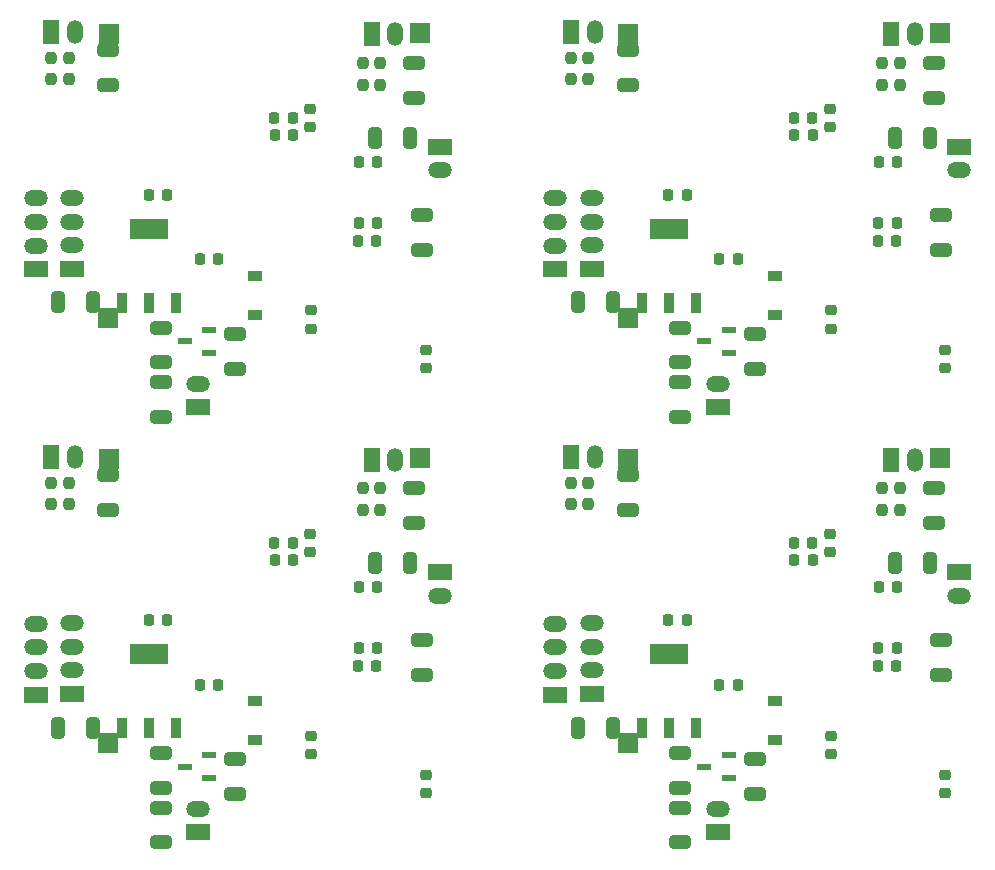
<source format=gbr>
%TF.GenerationSoftware,KiCad,Pcbnew,(6.0.4)*%
%TF.CreationDate,2022-09-20T04:44:20+09:00*%
%TF.ProjectId,mainboard_p,6d61696e-626f-4617-9264-5f702e6b6963,rev?*%
%TF.SameCoordinates,Original*%
%TF.FileFunction,Paste,Bot*%
%TF.FilePolarity,Positive*%
%FSLAX46Y46*%
G04 Gerber Fmt 4.6, Leading zero omitted, Abs format (unit mm)*
G04 Created by KiCad (PCBNEW (6.0.4)) date 2022-09-20 04:44:20*
%MOMM*%
%LPD*%
G01*
G04 APERTURE LIST*
G04 Aperture macros list*
%AMRoundRect*
0 Rectangle with rounded corners*
0 $1 Rounding radius*
0 $2 $3 $4 $5 $6 $7 $8 $9 X,Y pos of 4 corners*
0 Add a 4 corners polygon primitive as box body*
4,1,4,$2,$3,$4,$5,$6,$7,$8,$9,$2,$3,0*
0 Add four circle primitives for the rounded corners*
1,1,$1+$1,$2,$3*
1,1,$1+$1,$4,$5*
1,1,$1+$1,$6,$7*
1,1,$1+$1,$8,$9*
0 Add four rect primitives between the rounded corners*
20,1,$1+$1,$2,$3,$4,$5,0*
20,1,$1+$1,$4,$5,$6,$7,0*
20,1,$1+$1,$6,$7,$8,$9,0*
20,1,$1+$1,$8,$9,$2,$3,0*%
G04 Aperture macros list end*
%ADD10RoundRect,0.250000X-0.325000X-0.650000X0.325000X-0.650000X0.325000X0.650000X-0.325000X0.650000X0*%
%ADD11R,1.200000X0.900000*%
%ADD12RoundRect,0.250000X-0.650000X0.325000X-0.650000X-0.325000X0.650000X-0.325000X0.650000X0.325000X0*%
%ADD13O,2.000000X1.350000*%
%ADD14R,2.000000X1.350000*%
%ADD15RoundRect,0.225000X0.225000X0.250000X-0.225000X0.250000X-0.225000X-0.250000X0.225000X-0.250000X0*%
%ADD16RoundRect,0.225000X-0.225000X-0.250000X0.225000X-0.250000X0.225000X0.250000X-0.225000X0.250000X0*%
%ADD17O,1.350000X2.000000*%
%ADD18R,1.350000X2.000000*%
%ADD19R,1.300000X0.600000*%
%ADD20R,3.200000X1.750000*%
%ADD21R,0.950000X1.750000*%
%ADD22RoundRect,0.237500X0.237500X-0.250000X0.237500X0.250000X-0.237500X0.250000X-0.237500X-0.250000X0*%
%ADD23R,1.700000X1.700000*%
%ADD24RoundRect,0.250000X0.325000X0.650000X-0.325000X0.650000X-0.325000X-0.650000X0.325000X-0.650000X0*%
%ADD25RoundRect,0.250000X0.650000X-0.325000X0.650000X0.325000X-0.650000X0.325000X-0.650000X-0.325000X0*%
%ADD26RoundRect,0.225000X-0.250000X0.225000X-0.250000X-0.225000X0.250000X-0.225000X0.250000X0.225000X0*%
%ADD27RoundRect,0.225000X0.250000X-0.225000X0.250000X0.225000X-0.250000X0.225000X-0.250000X-0.225000X0*%
G04 APERTURE END LIST*
D10*
%TO.C,C116*%
X227579600Y-128994400D03*
X224629600Y-128994400D03*
%TD*%
D11*
%TO.C,D7*%
X214446000Y-144004800D03*
X214446000Y-140704800D03*
%TD*%
D12*
%TO.C,C112*%
X202000000Y-124475000D03*
X202000000Y-121525000D03*
%TD*%
%TO.C,C110*%
X206445000Y-147995400D03*
X206445000Y-145045400D03*
%TD*%
D13*
%TO.C,J31*%
X209645400Y-149787600D03*
D14*
X209645400Y-151787600D03*
%TD*%
D15*
%TO.C,C105*%
X216084000Y-127267200D03*
X217634000Y-127267200D03*
%TD*%
D13*
%TO.C,J33*%
X198977400Y-134071600D03*
X198977400Y-136071600D03*
X198977400Y-138071600D03*
D14*
X198977400Y-140071600D03*
%TD*%
D13*
%TO.C,J32*%
X195853200Y-134117600D03*
X195853200Y-136117600D03*
X195853200Y-138117600D03*
D14*
X195853200Y-140117600D03*
%TD*%
D16*
%TO.C,C103*%
X224796800Y-131051800D03*
X223246800Y-131051800D03*
%TD*%
D17*
%TO.C,M8*%
X199190000Y-120028200D03*
D18*
X197190000Y-120028200D03*
%TD*%
D19*
%TO.C,Q12*%
X208478600Y-146215600D03*
X210578600Y-147165600D03*
X210578600Y-145265600D03*
%TD*%
D20*
%TO.C,IC14*%
X205479800Y-136664800D03*
D21*
X203179800Y-142964800D03*
X205479800Y-142964800D03*
X207779800Y-142964800D03*
%TD*%
D22*
%TO.C,R79*%
X225037800Y-122646300D03*
X225037800Y-124471300D03*
%TD*%
D16*
%TO.C,C99*%
X211309400Y-139281400D03*
X209759400Y-139281400D03*
%TD*%
D23*
%TO.C,REF\u002A\u002A18*%
X228400400Y-120117600D03*
%TD*%
%TO.C,REF\u002A\u002A17*%
X202050800Y-120206000D03*
%TD*%
D22*
%TO.C,R81*%
X223539200Y-122646300D03*
X223539200Y-124471300D03*
%TD*%
D16*
%TO.C,C96*%
X224720600Y-137681200D03*
X223170600Y-137681200D03*
%TD*%
D22*
%TO.C,R80*%
X198672600Y-122189100D03*
X198672600Y-124014100D03*
%TD*%
D24*
%TO.C,C109*%
X197756400Y-142913600D03*
X200706400Y-142913600D03*
%TD*%
D25*
%TO.C,C108*%
X206445000Y-149693600D03*
X206445000Y-152643600D03*
%TD*%
D16*
%TO.C,R75*%
X206991400Y-133845800D03*
X205441400Y-133845800D03*
%TD*%
D25*
%TO.C,C107*%
X212769600Y-145604200D03*
X212769600Y-148554200D03*
%TD*%
D16*
%TO.C,R70*%
X224771400Y-136157200D03*
X223221400Y-136157200D03*
%TD*%
D26*
%TO.C,C98*%
X228873200Y-148463800D03*
X228873200Y-146913800D03*
%TD*%
D12*
%TO.C,C113*%
X228543000Y-138443200D03*
X228543000Y-135493200D03*
%TD*%
D23*
%TO.C,6*%
X202025400Y-144209000D03*
%TD*%
D27*
%TO.C,C92*%
X219094200Y-126504600D03*
X219094200Y-128054600D03*
%TD*%
D22*
%TO.C,R82*%
X197199400Y-122189100D03*
X197199400Y-124014100D03*
%TD*%
D15*
%TO.C,C93*%
X216109400Y-128740400D03*
X217659400Y-128740400D03*
%TD*%
D17*
%TO.C,M7*%
X226306800Y-120231400D03*
D18*
X224306800Y-120231400D03*
%TD*%
D14*
%TO.C,J36*%
X230067000Y-129747000D03*
D13*
X230067000Y-131747000D03*
%TD*%
D12*
%TO.C,C95*%
X227908000Y-125592600D03*
X227908000Y-122642600D03*
%TD*%
D27*
%TO.C,C101*%
X219195800Y-143586400D03*
X219195800Y-145136400D03*
%TD*%
D10*
%TO.C,C86*%
X183579600Y-128994400D03*
X180629600Y-128994400D03*
%TD*%
D11*
%TO.C,D5*%
X170446000Y-144004800D03*
X170446000Y-140704800D03*
%TD*%
D12*
%TO.C,C82*%
X158000000Y-124475000D03*
X158000000Y-121525000D03*
%TD*%
%TO.C,C80*%
X162445000Y-147995400D03*
X162445000Y-145045400D03*
%TD*%
D13*
%TO.C,J22*%
X165645400Y-149787600D03*
D14*
X165645400Y-151787600D03*
%TD*%
D15*
%TO.C,C75*%
X172084000Y-127267200D03*
X173634000Y-127267200D03*
%TD*%
D13*
%TO.C,J24*%
X154977400Y-134071600D03*
X154977400Y-136071600D03*
X154977400Y-138071600D03*
D14*
X154977400Y-140071600D03*
%TD*%
D13*
%TO.C,J23*%
X151853200Y-134117600D03*
X151853200Y-136117600D03*
X151853200Y-138117600D03*
D14*
X151853200Y-140117600D03*
%TD*%
D16*
%TO.C,C73*%
X180796800Y-131051800D03*
X179246800Y-131051800D03*
%TD*%
D17*
%TO.C,M6*%
X155190000Y-120028200D03*
D18*
X153190000Y-120028200D03*
%TD*%
D19*
%TO.C,Q9*%
X164478600Y-146215600D03*
X166578600Y-147165600D03*
X166578600Y-145265600D03*
%TD*%
D20*
%TO.C,IC6*%
X161479800Y-136664800D03*
D21*
X159179800Y-142964800D03*
X161479800Y-142964800D03*
X163779800Y-142964800D03*
%TD*%
D22*
%TO.C,R58*%
X181037800Y-122646300D03*
X181037800Y-124471300D03*
%TD*%
D16*
%TO.C,C69*%
X167309400Y-139281400D03*
X165759400Y-139281400D03*
%TD*%
D23*
%TO.C,REF\u002A\u002A12*%
X184400400Y-120117600D03*
%TD*%
%TO.C,REF\u002A\u002A11*%
X158050800Y-120206000D03*
%TD*%
D22*
%TO.C,R60*%
X179539200Y-122646300D03*
X179539200Y-124471300D03*
%TD*%
D16*
%TO.C,C66*%
X180720600Y-137681200D03*
X179170600Y-137681200D03*
%TD*%
D22*
%TO.C,R59*%
X154672600Y-122189100D03*
X154672600Y-124014100D03*
%TD*%
D24*
%TO.C,C79*%
X153756400Y-142913600D03*
X156706400Y-142913600D03*
%TD*%
D25*
%TO.C,C78*%
X162445000Y-149693600D03*
X162445000Y-152643600D03*
%TD*%
D16*
%TO.C,R54*%
X162991400Y-133845800D03*
X161441400Y-133845800D03*
%TD*%
D25*
%TO.C,C77*%
X168769600Y-145604200D03*
X168769600Y-148554200D03*
%TD*%
D16*
%TO.C,R49*%
X180771400Y-136157200D03*
X179221400Y-136157200D03*
%TD*%
D26*
%TO.C,C68*%
X184873200Y-148463800D03*
X184873200Y-146913800D03*
%TD*%
D12*
%TO.C,C83*%
X184543000Y-138443200D03*
X184543000Y-135493200D03*
%TD*%
D23*
%TO.C,4*%
X158025400Y-144209000D03*
%TD*%
D27*
%TO.C,C62*%
X175094200Y-126504600D03*
X175094200Y-128054600D03*
%TD*%
D22*
%TO.C,R61*%
X153199400Y-122189100D03*
X153199400Y-124014100D03*
%TD*%
D15*
%TO.C,C63*%
X172109400Y-128740400D03*
X173659400Y-128740400D03*
%TD*%
D17*
%TO.C,M5*%
X182306800Y-120231400D03*
D18*
X180306800Y-120231400D03*
%TD*%
D14*
%TO.C,J27*%
X186067000Y-129747000D03*
D13*
X186067000Y-131747000D03*
%TD*%
D12*
%TO.C,C65*%
X183908000Y-125592600D03*
X183908000Y-122642600D03*
%TD*%
D27*
%TO.C,C71*%
X175195800Y-143586400D03*
X175195800Y-145136400D03*
%TD*%
D10*
%TO.C,C56*%
X227579600Y-92994400D03*
X224629600Y-92994400D03*
%TD*%
D11*
%TO.C,D2*%
X214446000Y-108004800D03*
X214446000Y-104704800D03*
%TD*%
D12*
%TO.C,C52*%
X202000000Y-88475000D03*
X202000000Y-85525000D03*
%TD*%
%TO.C,C50*%
X206445000Y-111995400D03*
X206445000Y-109045400D03*
%TD*%
D13*
%TO.C,J13*%
X209645400Y-113787600D03*
D14*
X209645400Y-115787600D03*
%TD*%
D15*
%TO.C,C45*%
X216084000Y-91267200D03*
X217634000Y-91267200D03*
%TD*%
D13*
%TO.C,J15*%
X198977400Y-98071600D03*
X198977400Y-100071600D03*
X198977400Y-102071600D03*
D14*
X198977400Y-104071600D03*
%TD*%
D13*
%TO.C,J14*%
X195853200Y-98117600D03*
X195853200Y-100117600D03*
X195853200Y-102117600D03*
D14*
X195853200Y-104117600D03*
%TD*%
D16*
%TO.C,C43*%
X224796800Y-95051800D03*
X223246800Y-95051800D03*
%TD*%
D17*
%TO.C,M4*%
X199190000Y-84028200D03*
D18*
X197190000Y-84028200D03*
%TD*%
D19*
%TO.C,Q8*%
X208478600Y-110215600D03*
X210578600Y-111165600D03*
X210578600Y-109265600D03*
%TD*%
D20*
%TO.C,IC4*%
X205479800Y-100664800D03*
D21*
X203179800Y-106964800D03*
X205479800Y-106964800D03*
X207779800Y-106964800D03*
%TD*%
D22*
%TO.C,R37*%
X225037800Y-86646300D03*
X225037800Y-88471300D03*
%TD*%
D16*
%TO.C,C39*%
X211309400Y-103281400D03*
X209759400Y-103281400D03*
%TD*%
D23*
%TO.C,REF\u002A\u002A6*%
X228400400Y-84117600D03*
%TD*%
%TO.C,REF\u002A\u002A5*%
X202050800Y-84206000D03*
%TD*%
D22*
%TO.C,R39*%
X223539200Y-86646300D03*
X223539200Y-88471300D03*
%TD*%
D16*
%TO.C,C31*%
X224720600Y-101681200D03*
X223170600Y-101681200D03*
%TD*%
D22*
%TO.C,R38*%
X198672600Y-86189100D03*
X198672600Y-88014100D03*
%TD*%
D24*
%TO.C,C49*%
X197756400Y-106913600D03*
X200706400Y-106913600D03*
%TD*%
D25*
%TO.C,C48*%
X206445000Y-113693600D03*
X206445000Y-116643600D03*
%TD*%
D16*
%TO.C,R33*%
X206991400Y-97845800D03*
X205441400Y-97845800D03*
%TD*%
D25*
%TO.C,C47*%
X212769600Y-109604200D03*
X212769600Y-112554200D03*
%TD*%
D16*
%TO.C,R28*%
X224771400Y-100157200D03*
X223221400Y-100157200D03*
%TD*%
D26*
%TO.C,C38*%
X228873200Y-112463800D03*
X228873200Y-110913800D03*
%TD*%
D12*
%TO.C,C53*%
X228543000Y-102443200D03*
X228543000Y-99493200D03*
%TD*%
D23*
%TO.C,2*%
X202025400Y-108209000D03*
%TD*%
D27*
%TO.C,C25*%
X219094200Y-90504600D03*
X219094200Y-92054600D03*
%TD*%
D22*
%TO.C,R40*%
X197199400Y-86189100D03*
X197199400Y-88014100D03*
%TD*%
D15*
%TO.C,C27*%
X216109400Y-92740400D03*
X217659400Y-92740400D03*
%TD*%
D17*
%TO.C,M3*%
X226306800Y-84231400D03*
D18*
X224306800Y-84231400D03*
%TD*%
D14*
%TO.C,J18*%
X230067000Y-93747000D03*
D13*
X230067000Y-95747000D03*
%TD*%
D12*
%TO.C,C29*%
X227908000Y-89592600D03*
X227908000Y-86642600D03*
%TD*%
D27*
%TO.C,C41*%
X219195800Y-107586400D03*
X219195800Y-109136400D03*
%TD*%
D23*
%TO.C,*%
X158025400Y-108209000D03*
%TD*%
D10*
%TO.C,C33*%
X183579600Y-92994400D03*
X180629600Y-92994400D03*
%TD*%
D12*
%TO.C,C22*%
X158000000Y-88475000D03*
X158000000Y-85525000D03*
%TD*%
D11*
%TO.C,D1*%
X170446000Y-108004800D03*
X170446000Y-104704800D03*
%TD*%
D12*
%TO.C,C20*%
X162445000Y-111995400D03*
X162445000Y-109045400D03*
%TD*%
D15*
%TO.C,C15*%
X172084000Y-91267200D03*
X173634000Y-91267200D03*
%TD*%
D13*
%TO.C,J4*%
X165645400Y-113787600D03*
D14*
X165645400Y-115787600D03*
%TD*%
D13*
%TO.C,J6*%
X154977400Y-98071600D03*
X154977400Y-100071600D03*
X154977400Y-102071600D03*
D14*
X154977400Y-104071600D03*
%TD*%
D16*
%TO.C,C9*%
X167309400Y-103281400D03*
X165759400Y-103281400D03*
%TD*%
%TO.C,R7*%
X180771400Y-100157200D03*
X179221400Y-100157200D03*
%TD*%
%TO.C,C13*%
X180796800Y-95051800D03*
X179246800Y-95051800D03*
%TD*%
D22*
%TO.C,R18*%
X181037800Y-86646300D03*
X181037800Y-88471300D03*
%TD*%
D20*
%TO.C,IC2*%
X161479800Y-100664800D03*
D21*
X159179800Y-106964800D03*
X161479800Y-106964800D03*
X163779800Y-106964800D03*
%TD*%
D19*
%TO.C,Q7*%
X164478600Y-110215600D03*
X166578600Y-111165600D03*
X166578600Y-109265600D03*
%TD*%
D25*
%TO.C,C17*%
X168769600Y-109604200D03*
X168769600Y-112554200D03*
%TD*%
D22*
%TO.C,R19*%
X154672600Y-86189100D03*
X154672600Y-88014100D03*
%TD*%
D23*
%TO.C,REF\u002A\u002A*%
X184400400Y-84117600D03*
%TD*%
D16*
%TO.C,C6*%
X180720600Y-101681200D03*
X179170600Y-101681200D03*
%TD*%
D17*
%TO.C,M2*%
X155190000Y-84028200D03*
D18*
X153190000Y-84028200D03*
%TD*%
D13*
%TO.C,J5*%
X151853200Y-98117600D03*
X151853200Y-100117600D03*
X151853200Y-102117600D03*
D14*
X151853200Y-104117600D03*
%TD*%
D12*
%TO.C,C23*%
X184543000Y-102443200D03*
X184543000Y-99493200D03*
%TD*%
D26*
%TO.C,C8*%
X184873200Y-112463800D03*
X184873200Y-110913800D03*
%TD*%
D16*
%TO.C,R12*%
X162991400Y-97845800D03*
X161441400Y-97845800D03*
%TD*%
D25*
%TO.C,C18*%
X162445000Y-113693600D03*
X162445000Y-116643600D03*
%TD*%
D24*
%TO.C,C19*%
X153756400Y-106913600D03*
X156706400Y-106913600D03*
%TD*%
D22*
%TO.C,R20*%
X179539200Y-86646300D03*
X179539200Y-88471300D03*
%TD*%
D23*
%TO.C,REF\u002A\u002A*%
X158050800Y-84206000D03*
%TD*%
D12*
%TO.C,C5*%
X183908000Y-89592600D03*
X183908000Y-86642600D03*
%TD*%
D17*
%TO.C,M1*%
X182306800Y-84231400D03*
D18*
X180306800Y-84231400D03*
%TD*%
D22*
%TO.C,R21*%
X153199400Y-86189100D03*
X153199400Y-88014100D03*
%TD*%
D14*
%TO.C,J11*%
X186067000Y-93747000D03*
D13*
X186067000Y-95747000D03*
%TD*%
D27*
%TO.C,C11*%
X175195800Y-107586400D03*
X175195800Y-109136400D03*
%TD*%
D15*
%TO.C,C3*%
X172109400Y-92740400D03*
X173659400Y-92740400D03*
%TD*%
D27*
%TO.C,C2*%
X175094200Y-90504600D03*
X175094200Y-92054600D03*
%TD*%
M02*

</source>
